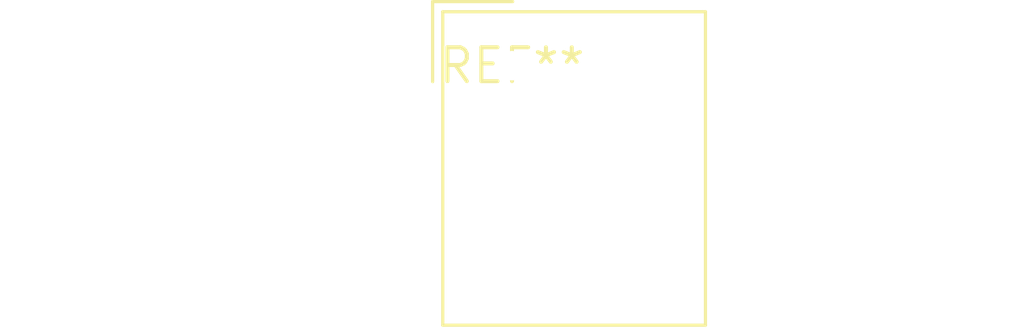
<source format=kicad_pcb>
(kicad_pcb (version 20240108) (generator pcbnew)
  (layers (0 "F.Cu" signal) (31 "B.Cu" signal) (34 "B.Paste" user) (35 "F.Paste" user) (36 "B.SilkS" user "B.Silkscreen") (37 "F.SilkS" user "F.Silkscreen") (38 "B.Mask" user) (39 "F.Mask" user) (44 "Edge.Cuts" user))
  (net 0 "")
  (footprint "Converter_DCDC_TRACO_TMU3-24xx_THT" (layer "F.Cu") (at 0 0)
    (property "Reference" "REF**")
    (property "Value" "Converter_DCDC_TRACO_TMU3-24xx_THT")
    (fp_line (start -2.975 -2.4) (end 0.025 -2.4) (layer "F.SilkS") (stroke (width 0.12)))
    (fp_line (start -2.975 0.6) (end -2.975 -2.4) (layer "F.SilkS") (stroke (width 0.12)))
    (fp_line (start -2.595 -2.02) (end -2.595 9.72) (layer "F.SilkS") (stroke (width 0.12)))
    (fp_line (start -2.595 -2.02) (end 7.245 -2.02) (layer "F.SilkS") (stroke (width 0.12)))
    (fp_line (start -2.595 9.72) (end 7.245 9.72) (layer "F.SilkS") (stroke (width 0.12)))
    (fp_line (start 7.245 -2.02) (end 7.245 9.72) (layer "F.SilkS") (stroke (width 0.12)))
    (pad "1" thru_hole rect (at 0 0) (size 1.6 1.6) (drill 1.1) (layers *.Cu *.Mask) (remove_unused_layers))
    (pad "2" thru_hole circle (at 0 2.54) (size 1.6 1.6) (drill 1.1) (layers *.Cu *.Mask) (remove_unused_layers))
    (pad "3" thru_hole circle (at 0 5.08) (size 1.6 1.6) (drill 1.1) (layers *.Cu *.Mask) (remove_unused_layers))
    (pad "4" thru_hole circle (at 0 7.62) (size 1.6 1.6) (drill 1.1) (layers *.Cu *.Mask) (remove_unused_layers))
  )
)
</source>
